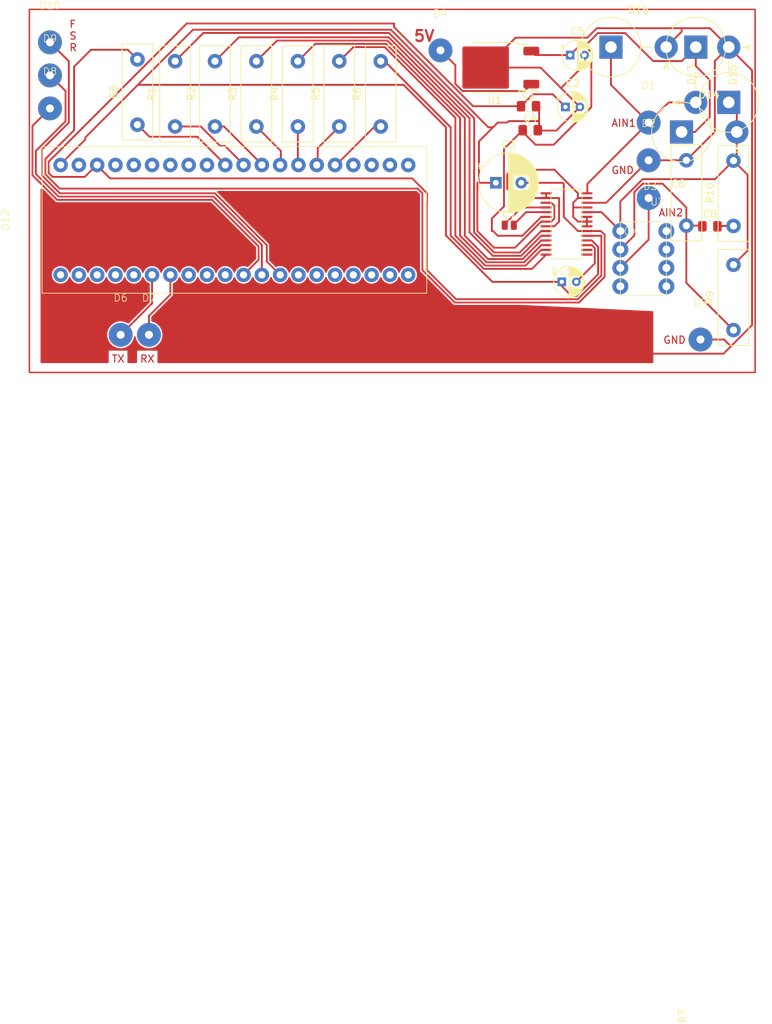
<source format=kicad_pcb>
(kicad_pcb (version 20221018) (generator pcbnew)
  (layers (0 "F.Cu" signal) (31 "B.Cu" signal) (34 "B.Paste" user) (35 "F.Paste" user) (36 "B.SilkS" user "B.Silkscreen") (37 "F.SilkS" user "F.Silkscreen") (38 "B.Mask" user) (39 "F.Mask" user) (44 "Edge.Cuts" user))
  (net 0 "")
  (net 1 "GND")
  (net 2 "Net-(U2A--)")
  (net 3 "Net-(C8-Pad2)")
  (net 4 "Net-(U1-VI)")
  (net 5 "Net-(U2A-+)")
  (net 6 "Net-(D11-DVDD)")
  (net 7 "Net-(D11-AVDD)")
  (net 8 "Net-(D11-BYPASS)")
  (net 9 "Net-(D11-CAPP)")
  (net 10 "Net-(D11-CAPN)")
  (net 11 "Net-(D11-AIN3)")
  (net 12 "Net-(D12-A9)")
  (net 13 "Net-(D12-A10)")
  (net 14 "Net-(D12-B3)")
  (net 15 "Net-(D12-B4)")
  (net 16 "Net-(D12-B5)")
  (net 17 "Net-(D11-START)")
  (net 18 "Net-(D11--CS)")
  (net 19 "Net-(D11-SCLK)")
  (net 20 "Net-(D11-DIN)")
  (net 21 "Net-(D11-DOUT{slash}-DRDY)")
  (net 22 "Net-(D11--DRDY)")
  (net 25 "Net-(D11--RESET{slash}-PWDN)")
  (net 26 "Net-(D11-AIN7)")
  (net 46 "Net-(D12-A0)")
  (net 47 "Net-(D12-A1)")
  (net 48 "Net-(D12-A2)")
  (net 49 "Net-(D12-A3)")
  (net 50 "Net-(D12-A4)")
  (net 51 "Net-(D12-A5)")
  (net 52 "Net-(D12-A6)")
  (net 60 "Net-(D11-AIN0)")
  (footprint "Capacitor_THT:CP_Radial_D8.0mm_P3.50mm" (layer "F.Cu") (at 96.579657 87.6)
    (fp_text reference "C3")
    (fp_text value "1 мкФ")
  )
  (footprint "Resistor_THT:R_Box_L13.0mm_W4.0mm_P9.00mm" (layer "F.Cu") (at 52.357145 79.844 90)
    (fp_text reference "R1")
    (fp_text value "47 Ом")
  )
  (footprint "Capacitor_SMD:C_0805_2012Metric_Pad1.18x1.45mm_HandSolder" (layer "F.Cu") (at 101.3245 80.352)
    (fp_text reference "C4")
    (fp_text value "0.1 мкФ")
  )
  (footprint "ADC_base_user_lib:simply" (layer "F.Cu") (at 117.65 84.5)
    (fp_text reference "D2")
    (fp_text value "~")
  )
  (footprint "ADC_base_user_lib:simply" (layer "F.Cu") (at 117.65 89.7)
    (fp_text reference "D3")
    (fp_text value "~")
  )
  (footprint "ADC_base_user_lib:simply" (layer "F.Cu") (at 35.1 77.35)
    (fp_text reference "D8")
    (fp_text value "~")
  )
  (footprint "Diode_THT:D_5KPW_P7.62mm_Vertical_AnodeUp" (layer "F.Cu") (at 122.19 80.6)
    (fp_text reference "D14")
    (fp_text value "D")
  )
  (footprint "Diode_THT:D_5KPW_P7.62mm_Vertical_AnodeUp" (layer "F.Cu") (at 112.45 68.9)
    (fp_text reference "D16")
    (fp_text value "D")
  )
  (footprint "ADC_base_user_lib:simply" (layer "F.Cu") (at 35.1 72.8)
    (fp_text reference "D9")
    (fp_text value "~")
  )
  (footprint "ADC_base_user_lib:simply" (layer "F.Cu") (at 88.95 69.35)
    (fp_text reference "D4")
    (fp_text value "~")
  )
  (footprint "Capacitor_SMD:C_0805_2012Metric_Pad1.18x1.45mm_HandSolder" (layer "F.Cu") (at 101.092 77.05)
    (fp_text reference "C1")
    (fp_text value "0.1 мкФ")
  )
  (footprint "ADC_base_user_lib:simply" (layer "F.Cu") (at 117.65 79.3)
    (fp_text reference "D1")
    (fp_text value "~")
  )
  (footprint "ADC_base_user_lib:ADC126xBase" (layer "F.Cu") (at 106.329657 93.6)
    (fp_text reference "D11")
    (fp_text value "~")
  )
  (footprint "Resistor_THT:R_Box_L13.0mm_W4.0mm_P9.00mm" (layer "F.Cu") (at 129.35 107.9 90)
    (fp_text reference "R9")
    (fp_text value "300 кОм")
  )
  (footprint "ADC_base_user_lib:stm32f103xx" (layer "F.Cu") (at 59.27 92.719 90)
    (fp_text reference "D12")
    (fp_text value "~")
  )
  (footprint "Resistor_THT:R_Box_L13.0mm_W4.0mm_P9.00mm" (layer "F.Cu") (at 57.85 79.844 90)
    (fp_text reference "R2")
    (fp_text value "47 Ом")
  )
  (footprint "Resistor_THT:R_Box_L13.0mm_W4.0mm_P9.00mm" (layer "F.Cu") (at 74.992855 79.844 90)
    (fp_text reference "R5")
    (fp_text value "47 Ом")
  )
  (footprint "Diode_THT:D_5KPW_P7.62mm_Vertical_AnodeUp" (layer "F.Cu") (at 124.15 68.9 -90)
    (fp_text reference "D15")
    (fp_text value "D")
  )
  (footprint "Package_TO_SOT_SMD:TO-252-2" (layer "F.Cu") (at 96.435 71.725 180)
    (fp_text reference "U1")
    (fp_text value "LF50_TO252")
  )
  (footprint "Resistor_THT:R_Box_L13.0mm_W4.0mm_P9.00mm" (layer "F.Cu") (at 63.564285 79.844 90)
    (fp_text reference "R3")
    (fp_text value "47 Ом")
  )
  (footprint "Package_DIP:DIP-8_W6.35mm" (layer "F.Cu") (at 113.75 94.25)
    (fp_text reference "U2")
    (fp_text value "LM4562")
  )
  (footprint "Capacitor_THT:CP_Radial_D4.0mm_P2.00mm" (layer "F.Cu") (at 105.679657 101.25)
    (fp_text reference "C6")
    (fp_text value "1 мкФ")
  )
  (footprint "Capacitor_THT:CP_Radial_D4.0mm_P2.00mm" (layer "F.Cu") (at 106.175 77.15)
    (fp_text reference "C2")
    (fp_text value "1 мкФ" hide)
  )
  (footprint "Capacitor_SMD:C_0805_2012Metric_Pad1.18x1.45mm_HandSolder" (layer "F.Cu") (at 126.1 93.6)
    (fp_text reference "C8")
    (fp_text value "15 нФ")
  )
  (footprint "Resistor_THT:R_Box_L13.0mm_W4.0mm_P9.00mm" (layer "F.Cu") (at 47.157145 79.594 90)
    (fp_text reference "R8")
    (fp_text value "47 Ом")
  )
  (footprint "Diode_THT:D_5KPW_P7.62mm_Vertical_AnodeUp" (layer "F.Cu") (at 128.7 76.52 90)
    (fp_text reference "D13")
    (fp_text value "D")
  )
  (footprint "ADC_base_user_lib:simply" (layer "F.Cu") (at 124.8 109.2)
    (fp_text reference "D5")
    (fp_text value "~")
  )
  (footprint "ADC_base_user_lib:simply" (layer "F.Cu") (at 35.1 68.25)
    (fp_text reference "D10")
    (fp_text value "~")
  )
  (footprint "Capacitor_THT:CP_Radial_D4.0mm_P2.00mm" (layer "F.Cu") (at 106.825 70)
    (fp_text reference "C5")
    (fp_text value "1 мкФ")
  )
  (footprint "Resistor_THT:R_Box_L13.0mm_W4.0mm_P9.00mm" (layer "F.Cu") (at 69.27857 79.844 90)
    (fp_text reference "R4")
    (fp_text value "47 Ом")
  )
  (footprint "ADC_base_user_lib:simply" (layer "F.Cu") (at 48.75 108.55)
    (fp_text reference "D7")
    (fp_text value "~")
  )
  (footprint "Capacitor_SMD:C_0504_1310Metric_Pad0.83x1.28mm_HandSolder" (layer "F.Cu") (at 98.4325 93.45)
    (fp_text reference "C7")
    (fp_text value "4,7 нФ")
  )
  (footprint "ADC_base_user_lib:simply" (layer "F.Cu") (at 44.85 108.55)
    (fp_text reference "D6")
    (fp_text value "~")
  )
  (footprint "Resistor_THT:R_Box_L13.0mm_W4.0mm_P9.00mm" (layer "F.Cu") (at 122.85 84.5 -90)
    (fp_text reference "R10")
    (fp_text value "200 Ом")
  )
  (footprint "Resistor_THT:R_Box_L13.0mm_W4.0mm_P9.00mm" (layer "F.Cu") (at 129.35 93.55 90)
    (fp_text reference "R7")
    (fp_text value "3.6 кОм")
  )
  (footprint "Resistor_THT:R_Box_L13.0mm_W4.0mm_P9.00mm" (layer "F.Cu") (at 80.707145 79.844 90)
    (fp_text reference "R6")
    (fp_text value "47 Ом")
  )
  (gr_rect (start 32.258 63.7) (end 132.334 113.738) (stroke (width 0.2)) (fill none) (layer "F.Cu"))
  (gr_text "TX" (at 43.55 112.45) (layer "F.Cu") (effects (font (size 1 1)) (justify left bottom)))
  (gr_text "5V" (at 85.15 68.25) (layer "F.Cu") (effects (font (size 1.5 1.5) (thickness 0.3) bold) (justify left bottom)))
  (gr_text "GND" (at 112.45 86.45) (layer "F.Cu") (effects (font (size 1 1)) (justify left bottom)))
  (gr_text "F\nS\nR" (at 37.7 69.55) (layer "F.Cu") (effects (font (size 1 1)) (justify left bottom)))
  (gr_text "AIN2" (at 118.95 92.3) (layer "F.Cu") (effects (font (size 1 1)) (justify left bottom)))
  (gr_text "GND" (at 119.6 109.85) (layer "F.Cu") (effects (font (size 1 1)) (justify left bottom)))
  (gr_text "AIN1" (at 112.45 79.95) (layer "F.Cu") (effects (font (size 1 1)) (justify left bottom)))
  (gr_text "RX" (at 47.45 112.45) (layer "F.Cu") (effects (font (size 1 1)) (justify left bottom)))
  (segment (start 109.129657 90.35) (end 111.8 90.35) (width 0.25) (layer "F.Cu") (net 1))
  (segment (start 122.85 84.5) (end 126.775 80.575) (width 0.25) (layer "F.Cu") (net 1))
  (segment (start 128.7 68.9) (end 126.1 66.3) (width 0.25) (layer "F.Cu") (net 1))
  (segment (start 109.820342 95.55) (end 109.129657 95.55) (width 0.25) (layer "F.Cu") (net 1))
  (segment (start 104.220342 90.35) (end 104.65 90.779658) (width 0.25) (layer "F.Cu") (net 1))
  (segment (start 94.25 81.9) (end 94.25 87.6) (width 0.25) (layer "F.Cu") (net 1))
  (segment (start 105.575 74.55) (end 108.175 77.15) (width 0.25) (layer "F.Cu") (net 1))
  (segment (start 82.1 66.5) (end 95.55 79.95) (width 0.25) (layer "F.Cu") (net 1))
  (segment (start 104.65 92.520342) (end 104.220342 92.95) (width 0.25) (layer "F.Cu") (net 1))
  (segment (start 124.8 109.2) (end 128.05 109.2) (width 0.25) (layer "F.Cu") (net 1))
  (segment (start 95.175 71.725) (end 102.75 71.725) (width 0.25) (layer "F.Cu") (net 1))
  (segment (start 105.679657 101.85) (end 105.679657 101.25) (width 0.25) (layer "F.Cu") (net 1))
  (segment (start 89.7 94.859188) (end 89.7 79.95) (width 0.25) (layer "F.Cu") (net 1))
  (segment (start 107.029657 103.2) (end 105.679657 101.85) (width 0.25) (layer "F.Cu") (net 1))
  (segment (start 83.85 74.1) (end 47.45 74.1) (width 0.25) (layer "F.Cu") (net 1))
  (segment (start 94.029657 87.6) (end 94.25 87.6) (width 0.25) (layer "F.Cu") (net 1))
  (segment (start 122.2 66.3) (end 110.5 66.3) (width 0.25) (layer "F.Cu") (net 1))
  (segment (start 102.75 71.725) (end 105.575 74.55) (width 0.25) (layer "F.Cu") (net 1))
  (segment (start 109.2 67.6) (end 99.3 67.6) (width 0.25) (layer "F.Cu") (net 1))
  (segment (start 102.55 80.35) (end 102.6 80.4) (width 0.25) (layer "F.Cu") (net 1))
  (segment (start 98.35 79.1) (end 98.15 79.3) (width 0.25) (layer "F.Cu") (net 1))
  (segment (start 108.175 77.15) (end 104.925 80.4) (width 0.25) (layer "F.Cu") (net 1))
  (segment (start 131.909 72.109) (end 128.7 68.9) (width 0.25) (layer "F.Cu") (net 1))
  (segment (start 120.07 68.9) (end 122.2 66.77) (width 0.25) (layer "F.Cu") (net 1))
  (segment (start 110.679657 96.409315) (end 109.820342 95.55) (width 0.25) (layer "F.Cu") (net 1))
  (segment (start 104.65 90.779658) (end 104.65 92.520342) (width 0.25) (layer "F.Cu") (net 1))
  (segment (start 47.338656 73.988656) (end 54.827312 66.5) (width 0.25) (layer "F.Cu") (net 1))
  (segment (start 47.338656 73.988656) (end 39.982145 81.345167) (width 0.25) (layer "F.Cu") (net 1))
  (segment (start 47.45 74.1) (end 47.338656 73.988656) (width 0.25) (layer "F.Cu") (net 1))
  (segment (start 117 111.15) (end 89.05 111.15) (width 0.25) (layer "F.Cu") (net 1))
  (segment (start 108.825 70) (end 108.825 71.3) (width 0.25) (layer "F.Cu") (net 1))
  (segment (start 99.229657 96.545711) (end 96.325368 96.545711) (width 0.25) (layer "F.Cu") (net 1))
  (segment (start 102.55 77.15) (end 102.55 79.1) (width 0.25) (layer "F.Cu") (net 1))
  (segment (start 99.229657 96.545711) (end 102.825368 92.95) (width 0.25) (layer "F.Cu") (net 1))
  (segment (start 96.325368 96.545711) (end 94.029657 94.25) (width 0.25) (layer "F.Cu") (net 1))
  (segment (start 105.679657 101.25) (end 96.090812 101.25) (width 0.25) (layer "F.Cu") (net 1))
  (segment (start 131.909 107.214833) (end 131.909 72.109) (width 0.25) (layer "F.Cu") (net 1))
  (segment (start 95.55 79.95) (end 96.2 79.95) (width 0.25) (layer "F.Cu") (net 1))
  (segment (start 54.827312 66.5) (end 82.1 66.5) (width 0.25) (layer "F.Cu") (net 1))
  (segment (start 108.825 71.3) (end 105.575 74.55) (width 0.25) (layer "F.Cu") (net 1))
  (segment (start 129.311917 109.811917) (end 127.973834 111.15) (width 0.25) (layer "F.Cu") (net 1))
  (segment (start 103.529657 90.35) (end 104.220342 90.35) (width 0.25) (layer "F.Cu") (net 1))
  (segment (start 104.220342 92.95) (end 103.529657 92.95) (width 0.25) (layer "F.Cu") (net 1))
  (segment (start 126.775 80.575) (end 126.775 70.825) (width 0.25) (layer "F.Cu") (net 1))
  (segment (start 102.55 79.1) (end 98.35 79.1) (width 0.25) (layer "F.Cu") (net 1))
  (segment (start 102.825368 92.95) (end 103.529657 92.95) (width 0.25) (layer "F.Cu") (net 1))
  (segment (start 96.2 79.95) (end 94.25 81.9) (width 0.25) (layer "F.Cu") (net 1))
  (segment (start 110.679657 100.2) (end 107.679657 103.2) (width 0.25) (layer "F.Cu") (net 1))
  (segment (start 128.05 109.2) (end 128.986917 110.136917) (width 0.25) (layer "F.Cu") (net 1))
  (segment (start 126.1 66.3) (end 122.85 66.3) (width 0.25) (layer "F.Cu") (net 1))
  (segment (start 110.679657 96.409315) (end 110.679657 100.2) (width 0.25) (layer "F.Cu") (net 1))
  (segment (start 122.85 66.3) (end 122.2 66.3) (width 0.25) (layer "F.Cu") (net 1))
  (segment (start 94.25 87.6) (end 96.579657 87.6) (width 0.25) (layer "F.Cu") (net 1))
  (segment (start 39.982145 81.627855) (end 36.46 85.15) (width 0.25) (layer "F.Cu") (net 1))
  (segment (start 127.973834 111.15) (end 117 111.15) (width 0.25) (layer "F.Cu") (net 1))
  (segment (start 104.925 80.4) (end 102.6 80.4) (width 0.25) (layer "F.Cu") (net 1))
  (segment (start 111.8 90.35) (end 117.65 84.5) (width 0.25) (layer "F.Cu") (net 1))
  (segment (start 39.982145 81.345167) (end 39.982145 81.627855) (width 0.25) (layer "F.Cu") (net 1))
  (segment (start 102.55 79.1) (end 102.55 80.35) (width 0.25) (layer "F.Cu") (net 1))
  (segment (start 99.3 67.6) (end 95.175 71.725) (width 0.25) (layer "F.Cu") (net 1))
  (segment (start 129.311917 109.811917) (end 131.909 107.214833) (width 0.25) (layer "F.Cu") (net 1))
  (segment (start 107.679657 103.2) (end 107.029657 103.2) (width 0.25) (layer "F.Cu") (net 1))
  (segment (start 94.029657 87.6) (end 94.029657 94.25) (width 0.25) (layer "F.Cu") (net 1))
  (segment (start 126.775 70.825) (end 128.7 68.9) (width 0.25) (layer "F.Cu") (net 1))
  (segment (start 128.986917 110.136917) (end 129.311917 109.811917) (width 0.25) (layer "F.Cu") (net 1))
  (segment (start 96.85 79.3) (end 96.2 79.95) (width 0.25) (layer "F.Cu") (net 1))
  (segment (start 98.15 79.3) (end 96.85 79.3) (width 0.25) (layer "F.Cu") (net 1))
  (segment (start 89.7 79.95) (end 83.85 74.1) (width 0.25) (layer "F.Cu") (net 1))
  (segment (start 122.85 84.5) (end 117.65 84.5) (width 0.25) (layer "F.Cu") (net 1))
  (segment (start 110.5 66.3) (end 109.2 67.6) (width 0.25) (layer "F.Cu") (net 1))
  (segment (start 122.2 66.77) (end 122.2 66.3) (width 0.25) (layer "F.Cu") (net 1))
  (segment (start 96.090812 101.25) (end 89.7 94.859188) (width 0.25) (layer "F.Cu") (net 1))
  (segment (start 129.35 107.9) (end 122.85 101.4) (width 0.25) (layer "F.Cu") (net 2))
  (segment (start 115.675 94.865) (end 115.675 88.881928) (width 0.25) (layer "F.Cu") (net 2))
  (segment (start 115.675 88.881928) (end 116.831928 87.725) (width 0.25) (layer "F.Cu") (net 2))
  (segment (start 113.75 96.79) (end 115.675 94.865) (width 0.25) (layer "F.Cu") (net 2))
  (segment (start 124.9625 93.5) (end 125.0625 93.6) (width 0.25) (layer "F.Cu") (net 2))
  (segment (start 122.85 101.4) (end 122.85 93.5) (width 0.25) (layer "F.Cu") (net 2))
  (segment (start 119.575 87.725) (end 122.85 91) (width 0.25) (layer "F.Cu") (net 2))
  (segment (start 122.85 91) (end 122.85 93.5) (width 0.25) (layer "F.Cu") (net 2))
  (segment (start 116.831928 87.725) (end 119.575 87.725) (width 0.25) (layer "F.Cu") (net 2))
  (segment (start 122.85 93.5) (end 124.9625 93.5) (width 0.25) (layer "F.Cu") (net 2))
  (segment (start 127.1375 93.6) (end 127.1875 93.55) (width 0.25) (layer "F.Cu") (net 3))
  (segment (start 127.1875 93.55) (end 129.35 93.55) (width 0.25) (layer "F.Cu") (net 3))
  (segment (start 91 71.4) (end 91 73.963173) (width 0.25) (layer "F.Cu") (net 4))
  (segment (start 100.53 74.95) (end 101.475 74.005) (width 0.25) (layer "F.Cu") (net 4))
  (segment (start 91.986825 74.95) (end 92.3 74.95) (width 0.25) (layer "F.Cu") (net 4))
  (segment (start 88.95 69.35) (end 91 71.4) (width 0.25) (layer "F.Cu") (net 4))
  (segment (start 92.3 74.95) (end 100.53 74.95) (width 0.25) (layer "F.Cu") (net 4))
  (segment (start 91.986827 74.95) (end 92.3 74.95) (width 0.25) (layer "F.Cu") (net 4))
  (segment (start 91 73.963173) (end 91.986827 74.95) (width 0.25) (layer "F.Cu") (net 4))
  (segment (start 117.65 95.43) (end 117.65 89.7) (width 0.25) (layer "F.Cu") (net 5))
  (segment (start 113.75 99.33) (end 117.65 95.43) (width 0.25) (layer "F.Cu") (net 5))
  (segment (start 107.866053 103.65) (end 111.129657 100.386396) (width 0.25) (layer "F.Cu") (net 6))
  (segment (start 34.915 86.234833) (end 34.915 84.685) (width 0.25) (layer "F.Cu") (net 6))
  (segment (start 104.425 75.4) (end 106.175 77.15) (width 0.25) (layer "F.Cu") (net 6))
  (segment (start 85.044 86.994) (end 87.1 89.05) (width 0.25) (layer "F.Cu") (net 6))
  (segment (start 41.54 85.15) (end 43.384 86.994) (width 0.25) (layer "F.Cu") (net 6))
  (segment (start 43.384 86.994) (end 85.044 86.994) (width 0.25) (layer "F.Cu") (net 6))
  (segment (start 52.65 66.95) (end 53.95 65.65) (width 0.25) (layer "F.Cu") (net 6))
  (segment (start 35.75 83.85) (end 35.774978 83.85) (width 0.25) (layer "F.Cu") (net 6))
  (segment (start 34.915 84.685) (end 35.75 83.85) (width 0.25) (layer "F.Cu") (net 6))
  (segment (start 100.0545 77.05) (end 101.7045 75.4) (width 0.25) (layer "F.Cu") (net 6))
  (segment (start 111.129657 94.944912) (end 111.084745 94.9) (width 0.25) (layer "F.Cu") (net 6))
  (segment (start 35.774978 83.85) (end 52.65 66.974978) (width 0.25) (layer "F.Cu") (net 6))
  (segment (start 52.65 66.974978) (end 52.65 66.95) (width 0.25) (layer "F.Cu") (net 6))
  (segment (start 35.464168 86.784) (end 35.115084 86.434916) (width 0.25) (layer "F.Cu") (net 6))
  (segment (start 35.115084 86.434916) (end 34.915 86.234833) (width 0.25) (layer "F.Cu") (net 6))
  (segment (start 101.7045 75.4) (end 104.425 75.4) (width 0.25) (layer "F.Cu") (net 6))
  (segment (start 111.084745 94.9) (end 109.129657 94.9) (width 0.25) (layer "F.Cu") (net 6))
  (segment (start 91.106928 103.65) (end 107.866053 103.65) (width 0.25) (layer "F.Cu") (net 6))
  (segment (start 82.55 66.149569) (end 93.450431 77.05) (width 0.25) (layer "F.Cu") (net 6))
  (segment (start 87.1 89.05) (end 87.1 90.35) (width 0.25) (layer "F.Cu") (net 6))
  (segment (start 39.906 86.784) (end 35.464168 86.784) (width 0.25) (layer "F.Cu") (net 6))
  (segment (start 111.129657 100.386396) (end 111.129657 94.944912) (width 0.25) (layer "F.Cu") (net 6))
  (segment (start 87.075 99.618072) (end 91.106928 103.65) (width 0.25) (layer "F.Cu") (net 6))
  (segment (start 53.95 65.65) (end 82.55 65.65) (width 0.25) (layer "F.Cu") (net 6))
  (segment (start 93.450431 77.05) (end 100.0545 77.05) (width 0.25) (layer "F.Cu") (net 6))
  (segment (start 82.55 65.65) (end 82.55 66.149569) (width 0.25) (layer "F.Cu") (net 6))
  (segment (start 87.1 90.35) (end 87.075 90.375) (width 0.25) (layer "F.Cu") (net 6))
  (segment (start 87.075 90.375) (end 87.075 99.618072) (width 0.25) (layer "F.Cu") (net 6))
  (segment (start 39.906 86.784) (end 41.54 85.15) (width 0.25) (layer "F.Cu") (net 6))
  (segment (start 96.032058 92.525) (end 96.032058 94.25) (width 0.25) (layer "F.Cu") (net 7))
  (segment (start 118.275 70.825) (end 114.425 66.975) (width 0.25) (layer "F.Cu") (net 7))
  (segment (start 107.9 69.075) (end 108.075 68.9) (width 0.25) (layer "F.Cu") (net 7))
  (segment (start 102.838972 92.3) (end 103.529657 92.3) (width 0.25) (layer "F.Cu") (net 7))
  (segment (start 124.15 71.5) (end 124.15 68.9) (width 0.25) (layer "F.Cu") (net 7))
  (segment (start 96.032058 94.25) (end 96.2 94.25) (width 0.25) (layer "F.Cu") (net 7))
  (segment (start 114.425 66.975) (end 110.65 66.975) (width 0.25) (layer "F.Cu") (net 7))
  (segment (start 124.04 80.6) (end 122.19 80.6) (width 0.25) (layer "F.Cu") (net 7))
  (segment (start 126.075 73.425) (end 124.15 71.5) (width 0.25) (layer "F.Cu") (net 7))
  (segment (start 96.2 94.25) (end 96.85 94.9) (width 0.25) (layer "F.Cu") (net 7))
  (segment (start 124.04 80.6) (end 126.075 78.565) (width 0.25) (layer "F.Cu") (net 7))
  (segment (start 109.75 69.616852) (end 109.75 77.165991) (width 0.25) (layer "F.Cu") (net 7))
  (segment (start 110.65 66.975) (end 108.55 69.075) (width 0.25) (layer "F.Cu") (net 7))
  (segment (start 102.05 82.35) (end 100.1 80.4) (width 0.25) (layer "F.Cu") (net 7))
  (segment (start 122.225 70.825) (end 118.275 70.825) (width 0.25) (layer "F.Cu") (net 7))
  (segment (start 97.704657 90.852401) (end 96.032058 92.525) (width 0.25) (layer "F.Cu") (net 7))
  (segment (start 126.075 78.565) (end 126.075 73.425) (width 0.25) (layer "F.Cu") (net 7))
  (segment (start 108.55 69.075) (end 109.208148 69.075) (width 0.25) (layer "F.Cu") (net 7))
  (segment (start 100.238972 94.9) (end 102.838972 92.3) (width 0.25) (layer "F.Cu") (net 7))
  (segment (start 102.03 70) (end 106.825 70) (width 0.25) (layer "F.Cu") (net 7))
  (segment (start 107.75 69.075) (end 107.9 69.075) (width 0.25) (layer "F.Cu") (net 7))
  (segment (start 107.9 69.075) (end 108.55 69.075) (width 0.25) (layer "F.Cu") (net 7))
  (segment (start 104.565991 82.35) (end 102.05 82.35) (width 0.25) (layer "F.Cu") (net 7))
  (segment (start 109.75 77.165991) (end 104.565991 82.35) (width 0.25) (layer "F.Cu") (net 7))
  (segment (start 106.825 70) (end 107.75 69.075) (width 0.25) (layer "F.Cu") (net 7))
  (segment (start 97.704657 82.934343) (end 97.704657 90.852401) (width 0.25) (layer "F.Cu") (net 7))
  (segment (start 100.287 80.352) (end 97.704657 82.934343) (width 0.25) (layer "F.Cu") (net 7))
  (segment (start 96.85 94.9) (end 100.238972 94.9) (width 0.25) (layer "F.Cu") (net 7))
  (segment (start 101.475 69.445) (end 102.03 70) (width 0.25) (layer "F.Cu") (net 7))
  (segment (start 109.208148 69.075) (end 109.75 69.616852) (width 0.25) (layer "F.Cu") (net 7))
  (segment (start 124.15 68.9) (end 122.225 70.825) (width 0.25) (layer "F.Cu") (net 7))
  (segment (start 110.229657 98.7) (end 107.679657 101.25) (width 0.25) (layer "F.Cu") (net 8))
  (segment (start 109.820342 96.2) (end 109.129657 96.2) (width 0.25) (layer "F.Cu") (net 8))
  (segment (start 110.229657 96.609315) (end 110.229657 98.7) (width 0.25) (layer "F.Cu") (net 8))
  (segment (start 110.229657 96.609315) (end 109.820342 96.2) (width 0.25) (layer "F.Cu") (net 8))
  (segment (start 103.529657 91) (end 100.115164 91) (width 0.25) (layer "F.Cu") (net 9))
  (segment (start 97.805 93.310164) (end 97.805 93.45) (width 0.25) (layer "F.Cu") (net 9))
  (segment (start 100.115164 91) (end 97.805 93.310164) (width 0.25) (layer "F.Cu") (net 9))
  (segment (start 100.757058 91.65) (end 98.957058 93.45) (width 0.25) (layer "F.Cu") (net 10))
  (segment (start 103.529657 91.65) (end 100.757058 91.65) (width 0.25) (layer "F.Cu") (net 10))
  (segment (start 129.81 77.63) (end 128.7 76.52) (width 0.25) (layer "F.Cu") (net 11))
  (segment (start 113.75 94.25) (end 113.75 90.170532) (width 0.25) (layer "F.Cu") (net 11))
  (segment (start 131.3 91.65) (end 131.3 89.7) (width 0.25) (layer "F.Cu") (net 11))
  (segment (start 131.3 89.7) (end 131.3 86.5) (width 0.25) (layer "F.Cu") (net 11))
  (segment (start 129.16 84.36) (end 129.35 84.55) (width 0.25) (layer "F.Cu") (net 11))
  (segment (start 129.81 84.09) (end 129.35 84.55) (width 0.25) (layer "F.Cu") (net 11))
  (segment (start 131.3 86.5) (end 129.35 84.55) (width 0.25) (layer "F.Cu") (net 11))
  (segment (start 129.81 80.6) (end 129.81 77.63) (width 0.25) (layer "F.Cu") (net 11))
  (segment (start 128.7 80.14) (end 129.16 80.6) (width 0.25) (layer "F.Cu") (net 11))
  (segment (start 111.15 91.65) (end 113.75 94.25) (width 0.25) (layer "F.Cu") (net 11))
  (segment (start 131.3 96.95) (end 131.3 91.65) (width 0.25) (layer "F.Cu") (net 11))
  (segment (start 116.820532 87.1) (end 126.8 87.1) (width 0.25) (layer "F.Cu") (net 11))
  (segment (start 126.8 87.1) (end 129.35 84.55) (width 0.25) (layer "F.Cu") (net 11))
  (segment (start 129.81 80.6) (end 129.81 84.09) (width 0.25) (layer "F.Cu") (net 11))
  (segment (start 113.75 90.170532) (end 116.820532 87.1) (width 0.25) (layer "F.Cu") (net 11))
  (segment (start 109.129657 91.65) (end 111.15 91.65) (width 0.25) (layer "F.Cu") (net 11))
  (segment (start 129.35 98.9) (end 131.3 96.95) (width 0.25) (layer "F.Cu") (net 11))
  (segment (start 44.85 108.55) (end 49.178 104.222) (width 0.25) (layer "F.Cu") (net 12))
  (segment (start 49.178 104.222) (end 49.178 100.294) (width 0.25) (layer "F.Cu") (net 12))
  (segment (start 51.701 102.999) (end 51.701 100.294) (width 0.25) (layer "F.Cu") (net 13))
  (segment (start 48.75 108.55) (end 48.75 105.95) (width 0.25) (layer "F.Cu") (net 13))
  (segment (start 48.75 105.95) (end 48.75 105.88) (width 0.25) (layer "F.Cu") (net 13))
  (segment (start 48.75 105.95) (end 51.701 102.999) (width 0.25) (layer "F.Cu") (net 13))
  (segment (start 63.866 98.221) (end 61.793 100.294) (width 0.25) (layer "F.Cu") (net 14))
  (segment (start 63.866 96.366) (end 63.866 98.221) (width 0.25) (layer "F.Cu") (net 14))
  (segment (start 32.683 86.548417) (end 36.084583 89.95) (width 0.25) (layer "F.Cu") (net 14))
  (segment (start 35.1 77.35) (end 32.683 79.767) (width 0.25) (layer "F.Cu") (net 14))
  (segment (start 57.45 89.95) (end 63.866 96.366) (width 0.25) (layer "F.Cu") (net 14))
  (segment (start 32.683 79.767) (end 32.683 86.548417) (width 0.25) (layer "F.Cu") (net 14))
  (segment (start 36.084583 89.95) (end 57.45 89.95) (width 0.25) (layer "F.Cu") (net 14))
  (segment (start 57.65 89.5) (end 64.35 96.2) (width 0.25) (layer "F.Cu") (net 15))
  (segment (start 33.15 83.213604) (end 33.15 86.379021) (width 0.25) (layer "F.Cu") (net 15))
  (segment (start 33.15 86.379021) (end 36.270979 89.5) (width 0.25) (layer "F.Cu") (net 15))
  (segment (start 37.25 79.113604) (end 33.15 83.213604) (width 0.25) (layer "F.Cu") (net 15))
  (segment (start 64.316 96.234) (end 64.316 100.294) (width 0.25) (layer "F.Cu") (net 15))
  (segment (start 37.25 74.95) (end 37.25 79.113604) (width 0.25) (layer "F.Cu") (net 15))
  (segment (start 35.1 72.8) (end 37.25 74.95) (width 0.25) (layer "F.Cu") (net 15))
  (segment (start 36.270979 89.5) (end 57.65 89.5) (width 0.25) (layer "F.Cu") (net 15))
  (segment (start 64.35 96.2) (end 64.316 96.234) (width 0.25) (layer "F.Cu") (net 15))
  (segment (start 35.1 68.25) (end 37.7 70.85) (width 0.25) (layer "F.Cu") (net 16))
  (segment (start 57.85 89.05) (end 65 96.2) (width 0.25) (layer "F.Cu") (net 16))
  (segment (start 65 98.455) (end 66.839 100.294) (width 0.25) (layer "F.Cu") (net 16))
  (segment (start 34.015 82.985) (end 34.015 86.607625) (width 0.25) (layer "F.Cu") (net 16))
  (segment (start 34.015 86.607625) (end 36.457375 89.05) (width 0.25) (layer "F.Cu") (net 16))
  (segment (start 65 96.2) (end 65 98.455) (width 0.25) (layer "F.Cu") (net 16))
  (segment (start 37.7 79.3) (end 34.015 82.985) (width 0.25) (layer "F.Cu") (net 16))
  (segment (start 37.7 70.85) (end 37.7 79.3) (width 0.25) (layer "F.Cu") (net 16))
  (segment (start 36.457375 89.05) (end 57.85 89.05) (width 0.25) (layer "F.Cu") (net 16))
  (segment (start 93.6 78.704416) (end 81.845584 66.95) (width 0.25) (layer "F.Cu") (net 17))
  (segment (start 93.579657 85.820343) (end 93.6 85.8) (width 0.25) (layer "F.Cu") (net 17))
  (segment (start 81.845584 66.95) (end 56.251144 66.95) (width 0.25) (layer "F.Cu") (net 17))
  (segment (start 93.579657 94.436396) (end 93.579657 85.820343) (width 0.25) (layer "F.Cu") (net 17))
  (segment (start 96.352576 97.209315) (end 93.579657 94.436396) (width 0.25) (layer "F.Cu") (net 17))
  (segment (start 55.750572 67.450572) (end 52.357145 70.844) (width 0.25) (layer "F.Cu") (net 17))
  (segment (start 56.101145 67.1) (end 55.750572 67.450572) (width 0.25) (layer "F.Cu") (net 17))
  (segment (start 93.6 85.8) (end 93.6 78.704416) (width 0.25) (layer "F.Cu") (net 17))
  (segment (start 103.529657 94.25) (end 102.838972 94.25) (width 0.25) (layer "F.Cu") (net 17))
  (segment (start 102.838972 94.25) (end 99.879657 97.209315) (width 0.25) (layer "F.Cu") (net 17))
  (segment (start 56.251144 66.95) (end 55.750572 67.450572) (width 0.25) (layer "F.Cu") (net 17))
  (segment (start 99.879657 97.209315) (end 96.352576 97.209315) (width 0.25) (layer "F.Cu") (net 17))
  (segment (start 81.809188 67.55) (end 61.144 67.55) (width 0.25) (layer "F.Cu") (net 18))
  (segment (start 102.838972 94.9) (end 100.079657 97.659315) (width 0.25) (layer "F.Cu") (net 18))
  (segment (start 92.95 78.690812) (end 81.809188 67.55) (width 0.25) (layer "F.Cu") (net 18))
  (segment (start 103.529657 94.9) (end 102.838972 94.9) (width 0.25) (layer "F.Cu") (net 18))
  (segment (start 61.144 67.55) (end 57.85 70.844) (width 0.25) (layer "F.Cu") (net 18))
  (segment (start 96.16618 97.659315) (end 92.95 94.443135) (width 0.25) (layer "F.Cu") (net 18))
  (segment (start 100.079657 97.659315) (end 96.16618 97.659315) (width 0.25) (layer "F.Cu") (net 18))
  (segment (start 92.95 94.443135) (end 92.95 78.690812) (width 0.25) (layer "F.Cu") (net 18))
  (segment (start 81.622792 68) (end 66.408285 68) (width 0.25) (layer "F.Cu") (net 19))
  (segment (start 92.3 94.9) (end 92.3 78.677208) (width 0.25) (layer "F.Cu") (net 19))
  (segment (start 66.408285 68) (end 63.564285 70.844) (width 0.25) (layer "F.Cu") (net 19))
  (segment (start 100.279657 98.109315) (end 95.509315 98.109315) (width 0.25) (layer "F.Cu") (net 19))
  (segment (start 92.3 78.677208) (end 81.622792 68) (width 0.25) (layer "F.Cu") (net 19))
  (segment (start 95.509315 98.109315) (end 92.3 94.9) (width 0.25) (layer "F.Cu") (net 19))
  (segment (start 102.838972 95.55) (end 100.279657 98.109315) (width 0.25) (layer "F.Cu") (net 19))
  (segment (start 103.529657 95.55) (end 102.838972 95.55) (width 0.25) (layer "F.Cu") (net 19))
  (segment (start 81.436396 68.45) (end 71.67257 68.45) (width 0.25) (layer "F.Cu") (net 20))
  (segment (start 95.309315 98.559315) (end 91.65 94.9) (width 0.25) (layer "F.Cu") (net 20))
  (segment (start 103.529657 96.2) (end 102.838972 96.2) (width 0.25) (layer "F.Cu") (net 20))
  (segment (start 100.479657 98.559315) (end 95.309315 98.559315) (width 0.25) (layer "F.Cu") (net 20))
  (segment (start 71.67257 68.45) (end 69.27857 70.844) (width 0.25) (layer "F.Cu") (net 20))
  (segment (start 91.65 94.9) (end 91.65 78.663604) (width 0.25) (layer "F.Cu") (net 20))
  (segment (start 102.838972 96.2) (end 100.479657 98.559315) (width 0.25) (layer "F.Cu") (net 20))
  (segment (start 91.65 78.663604) (end 81.436396 68.45) (width 0.25) (layer "F.Cu") (net 20))
  (segment (start 76.936855 68.9) (end 74.992855 70.844) (width 0.25) (layer "F.Cu") (net 21))
  (segment (start 91 78.65) (end 81.25 68.9) (width 0.25) (layer "F.Cu") (net 21))
  (segment (start 100.679657 99.009315) (end 95.122919 99.009315) (width 0.25) (layer "F.Cu") (net 21))
  (segment (start 103.529657 96.85) (end 102.838972 96.85) (width 0.25) (layer "F.Cu") (net 21))
  (segment (start 95.122919 99.009315) (end 91 94.886396) (width 0.25) (layer "F.Cu") (net 21))
  (segment (start 102.838972 96.85) (end 100.679657 99.009315) (width 0.25) (layer "F.Cu") (net 21))
  (segment (start 91 94.886396) (end 91 78.65) (width 0.25) (layer "F.Cu") (net 21))
  (segment (start 81.25 68.9) (end 76.936855 68.9) (width 0.25) (layer "F.Cu") (net 21))
  (segment (start 90.35 94.872792) (end 90.35 79.95) (width 0.25) (layer "F.Cu") (net 22))
  (segment (start 90.35 79.95) (end 81.244 70.844) (width 0.25) (layer "F.Cu") (net 22))
  (segment (start 94.936523 99.459315) (end 90.35 94.872792) (width 0.25) (layer "F.Cu") (net 22))
  (segment (start 101.570342 99.459315) (end 94.936523 99.459315) (width 0.25) (layer "F.Cu") (net 22))
  (segment (start 103.529657 97.5) (end 101.570342 99.459315) (width 0.25) (layer "F.Cu") (net 22))
  (segment (start 81.244 70.844) (end 80.707145 70.844) (width 0.25) (layer "F.Cu") (net 22))
  (segment (start 105.95 92.3) (end 105.95 87.75) (width 0.25) (layer "F.Cu") (net 25))
  (segment (start 111.579657 94.758516) (end 111.579657 100.572792) (width 0.25) (layer "F.Cu") (net 25))
  (segment (start 111.071141 94.25) (end 109.129657 94.25) (width 0.25) (layer "F.Cu") (net 25))
  (segment (start 107.9 94.25) (end 105.95 92.3) (width 0.25) (layer "F.Cu") (net 25))
  (segment (start 109.129657 94.25) (end 107.9 94.25) (width 0.25) (layer "F.Cu") (net 25))
  (segment (start 86.45 99.629468) (end 86.45 89.05) (width 0.25) (layer "F.Cu") (net 25))
  (segment (start 105.95 87.75) (end 105.8 87.6) (width 0.25) (layer "F.Cu") (net 25))
  (segment (start 90.920532 104.1) (end 86.45 99.629468) (width 0.25) (layer "F.Cu") (net 25))
  (segment (start 86.45 89.05) (end 85.8 88.4) (width 0.25) (layer "F.Cu") (net 25))
  (segment (start 40.758312 69.269) (end 45.832145 69.269) (width 0.25) (layer "F.Cu") (net 25))
  (segment (start 38.426604 80.352771) (end 38.426604 71.600708) (width 0.25) (layer "F.Cu") (net 25))
  (segment (start 111.071141 94.25) (end 111.579657 94.758516) (width 0.25) (layer "F.Cu") (net 25))
  (segment (start 45.832145 69.269) (end 47.157145 70.594) (width 0.25) (layer "F.Cu") (net 25))
  (segment (start 85.8 88.4) (end 36.443771 88.4) (width 0.25) (layer "F.Cu") (net 25))
  (segment (start 111.579657 100.572792) (end 108.052449 104.1) (width 0.25) (layer "F.Cu") (net 25))
  (segment (start 108.052449 104.1) (end 90.920532 104.1) (width 0.25) (layer "F.Cu") (net 25))
  (segment (start 38.426604 71.600708) (end 40.758312 69.269) (width 0.25) (layer "F.Cu") (net 25))
  (segment (start 34.465 84.314375) (end 38.426604 80.352771) (width 0.25) (layer "F.Cu") (net 25))
  (segment (start 36.443771 88.4) (end 34.465 86.421229) (width 0.25) (layer "F.Cu") (net 25))
  (segment (start 34.465 86.421229) (end 34.465 84.314375) (width 0.25) (layer "F.Cu") (net 25))
  (segment (start 105.8 87.6) (end 100.079657 87.6) (width 0.25) (layer "F.Cu") (net 25))
  (segment (start 117.65 79.3) (end 109.2 87.75) (width 0.25) (layer "F.Cu") (net 26))
  (segment (start 113.1 69.55) (end 112.768198 69.218198) (width 0.25) (layer "F.Cu") (net 26))
  (segment (start 112.45 74.1) (end 112.45 68.9) (width 0.25) (layer "F.Cu") (net 26))
  (segment (start 109.2 87.75) (end 109.2 88.979657) (width 0.25) (layer "F.Cu") (net 26))
  (segment (start 117.65 79.3) (end 120.43 76.52) (width 0.25) (layer "F.Cu") (net 26))
  (segment (start 109.2 88.979657) (end 109.129657 89.05) (width 0.25) (layer "F.Cu") (net 26))
  (segment (start 120.43 76.52) (end 124.15 76.52) (width 0.25) (layer "F.Cu") (net 26))
  (segment (start 117.65 79.3) (end 112.45 74.1) (width 0.25) (layer "F.Cu") (net 26))
  (segment (start 80.707145 79.844) (end 79.866 79.844) (width 0.25) (layer "F.Cu") (net 46))
  (segment (start 79.866 79.844) (end 74.56 85.15) (width 0.25) (layer "F.Cu") (net 46))
  (segment (start 74.992855 79.844) (end 72.02 82.816855) (width 0.25) (layer "F.Cu") (net 47))
  (segment (start 72.02 82.816855) (end 72.02 85.15) (width 0.25) (layer "F.Cu") (net 47))
  (segment (start 69.26 79.86257) (end 69.27857 79.844) (width 0.25) (layer "F.Cu") (net 48))
  (segment (start 69.27857 84.94857) (end 69.48 85.15) (width 0.25) (layer "F.Cu") (net 48))
  (segment (start 69.27857 79.844) (end 69.27857 84.94857) (width 0.25) (layer "F.Cu") (net 48))
  (segment (start 63.564285 79.844) (end 66.94 83.219715) (width 0.25) (layer "F.Cu") (net 49))
  (segment (start 66.94 83.219715) (end 66.94 85.15) (width 0.25) (layer "F.Cu") (net 49))
  (segment (start 57.85 79.844) (end 59.094 79.844) (width 0.25) (layer "F.Cu") (net 50))
  (segment (start 59.094 79.844) (end 64.4 85.15) (width 0.25) (layer "F.Cu") (net 50))
  (segment (start 55.887833 79.844) (end 58.593833 82.55) (width 0.25) (layer "F.Cu") (net 51))
  (segment (start 52.357145 79.844) (end 55.887833 79.844) (width 0.25) (layer "F.Cu") (net 51))
  (segment (start 59.26 82.55) (end 61.86 85.15) (width 0.25) (layer "F.Cu") (net 51))
  (segment (start 58.593833 82.55) (end 59.26 82.55) (width 0.25) (layer "F.Cu") (net 51))
  (segment (start 48.813145 81.25) (end 55.42 81.25) (width 0.25) (layer "F.Cu") (net 52))
  (segment (start 47.157145 79.594) (end 48.813145 81.25) (width 0.25) (layer "F.Cu") (net 52))
  (segment (start 55.42 81.25) (end 59.32 85.15) (width 0.25) (layer "F.Cu") (net 52))
  (segment (start 109.129657 93.6) (end 109.129657 92.95) (width 0.25) (layer "F.Cu") (net 60))
  (segment (start 105.3 92.95) (end 105.3 89.7) (width 0.25) (layer "F.Cu") (net 60))
  (segment (start 104.65 85.8) (end 107.9 89.05) (width 0.25) (layer "F.Cu") (net 60))
  (segment (start 109.129657 92.95) (end 109.129657 92.3) (width 0.25) (layer "F.Cu") (net 60))
  (segment (start 107.9 89.05) (end 107.9 89.7) (width 0.25) (layer "F.Cu") (net 60))
  (segment (start 109.129657 91) (end 107.25 91) (width 0.25) (layer "F.Cu") (net 60))
  (segment (start 107.25 91) (end 107.25 92.3) (width 0.25) (layer "F.Cu") (net 60))
  (segment (start 104.65 93.6) (end 105.3 92.95) (width 0.25) (layer "F.Cu") (net 60))
  (segment (start 98.154657 86.45) (end 98.804657 85.8) (width 0.25) (layer "F.Cu") (net 60))
  (segment (start 103.529657 93.6) (end 104.65 93.6) (width 0.25) (layer "F.Cu") (net 60))
  (segment (start 107.25 92.3) (end 107.9 92.95) (width 0.25) (layer "F.Cu") (net 60))
  (segment (start 103.529657 89.05) (end 103.529657 89.7) (width 0.25) (layer "F.Cu") (net 60))
  (segment (start 98.154657 88.404657) (end 98.154657 86.45) (width 0.25) (layer "F.Cu") (net 60))
  (segment (start 109.129657 89.7) (end 107.9 89.7) (width 0.25) (layer "F.Cu") (net 60))
  (segment (start 98.804657 85.8) (end 104.65 85.8) (width 0.25) (layer "F.Cu") (net 60))
  (segment (start 107.9 89.7) (end 107.25 90.35) (width 0.25) (layer "F.Cu") (net 60))
  (segment (start 99.45 89.7) (end 98.154657 88.404657) (width 0.25) (layer "F.Cu") (net 60))
  (segment (start 107.9 92.95) (end 109.129657 92.95) (width 0.25) (layer "F.Cu") (net 60))
  (segment (start 105.3 89.7) (end 103.529657 89.7) (width 0.25) (layer "F.Cu") (net 60))
  (segment (start 103.529657 89.7) (end 99.45 89.7) (width 0.25) (layer "F.Cu") (net 60))
  (segment (start 107.25 90.35) (end 107.25 91) (width 0.25) (layer "F.Cu") (net 60))
  (zone (net 1) (net_name "GND") (layer "F.Cu") (connect_pads (clearance 0)) (min_thickness 0.25) (fill yes (thermal_gap 0.5) (thermal_bridge_width 0.5))
    (polygon (pts (xy 33.8 88.4) (xy 33.8 112.45) (xy 118.3 112.45) (xy 118.3 105.3) (xy 91 104) (xy 87.1 88.4)))
  )
)
</source>
